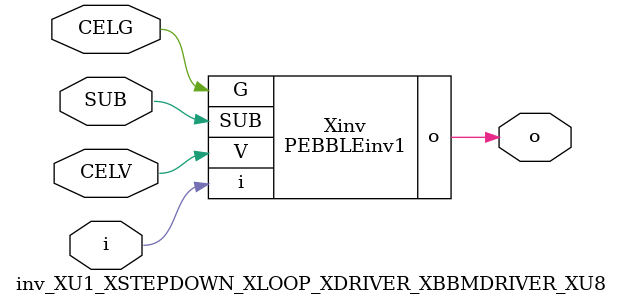
<source format=v>



module PEBBLEinv1 ( o, G, SUB, V, i );

  input V;
  input i;
  input G;
  output o;
  input SUB;
endmodule

//Celera Confidential Do Not Copy inv_XU1_XSTEPDOWN_XLOOP_XDRIVER_XBBMDRIVER_XU8
//Celera Confidential Symbol Generator
//5V Inverter
module inv_XU1_XSTEPDOWN_XLOOP_XDRIVER_XBBMDRIVER_XU8 (CELV,CELG,i,o,SUB);
input CELV;
input CELG;
input i;
input SUB;
output o;

//Celera Confidential Do Not Copy inv
PEBBLEinv1 Xinv(
.V (CELV),
.i (i),
.o (o),
.SUB (SUB),
.G (CELG)
);
//,diesize,PEBBLEinv1

//Celera Confidential Do Not Copy Module End
//Celera Schematic Generator
endmodule

</source>
